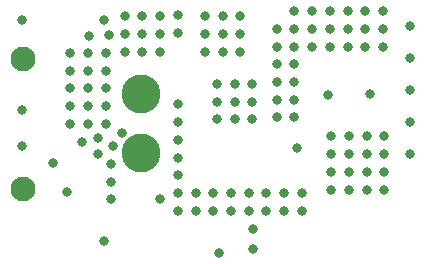
<source format=gbs>
G04*
G04 #@! TF.GenerationSoftware,Altium Limited,Altium Designer,20.0.12 (288)*
G04*
G04 Layer_Color=16711935*
%FSLAX44Y44*%
%MOMM*%
G71*
G01*
G75*
%ADD31C,2.1000*%
%ADD32C,3.3000*%
%ADD33C,0.8000*%
D31*
X757750Y518500D02*
D03*
Y408500D02*
D03*
D32*
X857750Y438500D02*
D03*
Y488500D02*
D03*
D33*
X952500Y357750D02*
D03*
X1085500Y465125D02*
D03*
Y519375D02*
D03*
X1051750Y489000D02*
D03*
X990000Y442750D02*
D03*
X757000Y551250D02*
D03*
X783750Y430250D02*
D03*
X795750Y405500D02*
D03*
X757500Y445250D02*
D03*
X757250Y475500D02*
D03*
X1085500Y438000D02*
D03*
Y546500D02*
D03*
Y492250D02*
D03*
X1016750Y488000D02*
D03*
X952500Y374250D02*
D03*
X826500Y364750D02*
D03*
X923750Y354250D02*
D03*
X842250Y456000D02*
D03*
X821750Y451750D02*
D03*
X834500Y445250D02*
D03*
X821250Y437750D02*
D03*
X808250Y448500D02*
D03*
X826500Y551750D02*
D03*
X831000Y539000D02*
D03*
X813750Y538250D02*
D03*
X844250Y524500D02*
D03*
X874250D02*
D03*
X859250D02*
D03*
X874250Y539500D02*
D03*
X859250D02*
D03*
X844250Y554500D02*
D03*
X874250D02*
D03*
X859250D02*
D03*
X844250Y539500D02*
D03*
X798250Y463750D02*
D03*
X828250D02*
D03*
X813250D02*
D03*
X798250Y523750D02*
D03*
Y493750D02*
D03*
X813250Y523750D02*
D03*
X828250D02*
D03*
X813250Y508750D02*
D03*
X828250D02*
D03*
X798250D02*
D03*
X813250Y493750D02*
D03*
X828250D02*
D03*
X813250Y478750D02*
D03*
X828250D02*
D03*
X798250D02*
D03*
X832250Y429750D02*
D03*
Y414750D02*
D03*
X874000Y399750D02*
D03*
X832250D02*
D03*
X994250Y390000D02*
D03*
X979250Y405000D02*
D03*
X964250D02*
D03*
X949250D02*
D03*
X904250D02*
D03*
X919250D02*
D03*
X934250D02*
D03*
X889250Y390000D02*
D03*
X1019000Y453000D02*
D03*
X1034000D02*
D03*
X1064000D02*
D03*
Y438000D02*
D03*
X1019000Y423000D02*
D03*
X1049000D02*
D03*
X1064000D02*
D03*
X1034000Y408000D02*
D03*
X934250Y390000D02*
D03*
X919250D02*
D03*
X904250D02*
D03*
X949250D02*
D03*
X964250D02*
D03*
X979250D02*
D03*
X994250Y405000D02*
D03*
X889250D02*
D03*
X1034000Y438000D02*
D03*
X1019000D02*
D03*
X1049000Y453000D02*
D03*
Y438000D02*
D03*
Y408000D02*
D03*
X1064000D02*
D03*
X1019000D02*
D03*
X1034000Y423000D02*
D03*
X927250Y524500D02*
D03*
X942250Y554500D02*
D03*
X927250D02*
D03*
X889000Y555750D02*
D03*
Y540750D02*
D03*
X912250Y554500D02*
D03*
X889250Y435000D02*
D03*
Y450000D02*
D03*
X942250Y524500D02*
D03*
X912250Y539500D02*
D03*
Y524500D02*
D03*
X889250Y480000D02*
D03*
Y420000D02*
D03*
Y465000D02*
D03*
X942250Y539500D02*
D03*
X927250D02*
D03*
X973000Y544000D02*
D03*
X988000Y484000D02*
D03*
Y469000D02*
D03*
Y514000D02*
D03*
Y499000D02*
D03*
X1048000Y529000D02*
D03*
X1003000D02*
D03*
X988000D02*
D03*
X1048000Y559000D02*
D03*
X1063000Y544000D02*
D03*
X1033000D02*
D03*
X1018000D02*
D03*
X1048000D02*
D03*
X1063000Y559000D02*
D03*
X1033000D02*
D03*
X973000Y514000D02*
D03*
Y499000D02*
D03*
X1018000Y529000D02*
D03*
X1033000D02*
D03*
X1063000D02*
D03*
X1003000Y544000D02*
D03*
X1018000Y559000D02*
D03*
X988000Y544000D02*
D03*
X973000Y529000D02*
D03*
Y484000D02*
D03*
Y469000D02*
D03*
X1003000Y559000D02*
D03*
X988000D02*
D03*
X922250Y497500D02*
D03*
X937250D02*
D03*
X952250D02*
D03*
Y482500D02*
D03*
X937250D02*
D03*
X922250D02*
D03*
Y467500D02*
D03*
X937250D02*
D03*
X952250D02*
D03*
M02*

</source>
